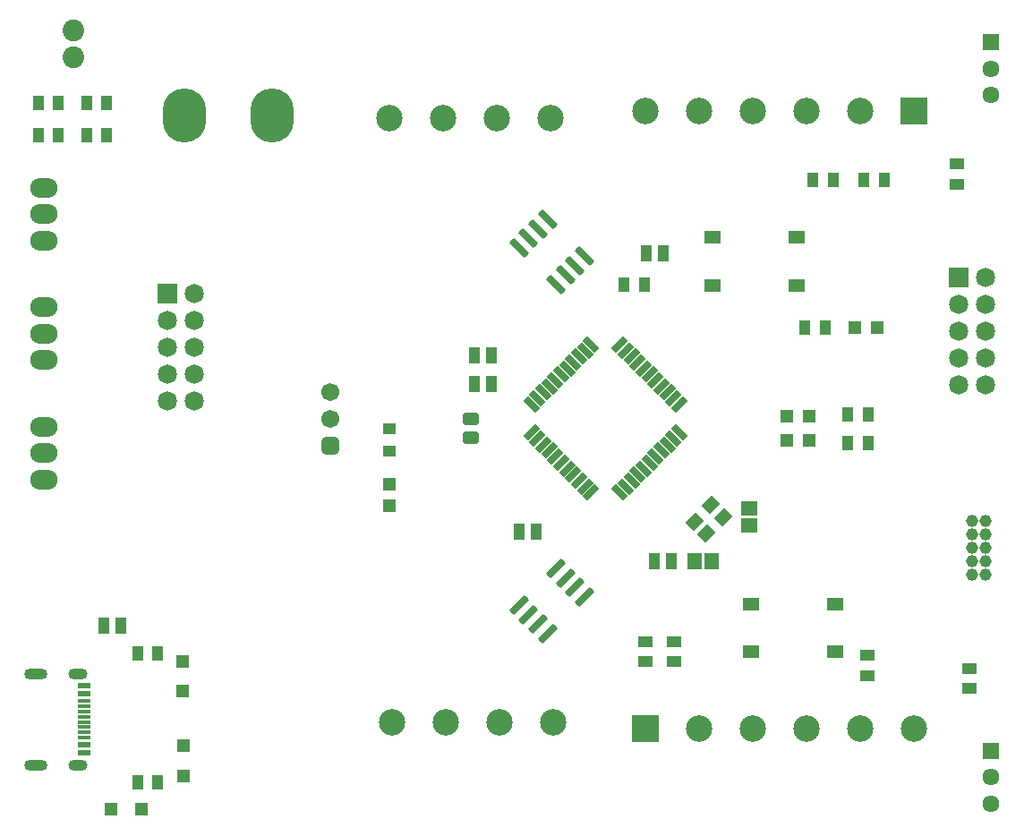
<source format=gts>
G04*
G04 #@! TF.GenerationSoftware,Altium Limited,Altium Designer,25.6.2 (33)*
G04*
G04 Layer_Color=8388736*
%FSLAX25Y25*%
%MOIN*%
G70*
G04*
G04 #@! TF.SameCoordinates,CE49FCD3-F284-452D-968F-53FA369C6713*
G04*
G04*
G04 #@! TF.FilePolarity,Negative*
G04*
G01*
G75*
G04:AMPARAMS|DCode=29|XSize=55.12mil|YSize=45.28mil|CornerRadius=0mil|HoleSize=0mil|Usage=FLASHONLY|Rotation=225.000|XOffset=0mil|YOffset=0mil|HoleType=Round|Shape=Rectangle|*
%AMROTATEDRECTD29*
4,1,4,0.00348,0.03550,0.03550,0.00348,-0.00348,-0.03550,-0.03550,-0.00348,0.00348,0.03550,0.0*
%
%ADD29ROTATEDRECTD29*%

%ADD31R,0.06102X0.05118*%
%ADD34R,0.04528X0.01181*%
%ADD35R,0.04528X0.02362*%
G04:AMPARAMS|DCode=36|XSize=81.56mil|YSize=27.62mil|CornerRadius=4.95mil|HoleSize=0mil|Usage=FLASHONLY|Rotation=135.000|XOffset=0mil|YOffset=0mil|HoleType=Round|Shape=RoundedRectangle|*
%AMROUNDEDRECTD36*
21,1,0.08156,0.01772,0,0,135.0*
21,1,0.07165,0.02762,0,0,135.0*
1,1,0.00991,-0.01907,0.03160*
1,1,0.00991,0.03160,-0.01907*
1,1,0.00991,0.01907,-0.03160*
1,1,0.00991,-0.03160,0.01907*
%
%ADD36ROUNDEDRECTD36*%
%ADD37R,0.05124X0.05124*%
%ADD38R,0.04022X0.05833*%
%ADD39R,0.03983X0.05872*%
%ADD40R,0.05833X0.04022*%
G04:AMPARAMS|DCode=41|XSize=44mil|YSize=59mil|CornerRadius=7mil|HoleSize=0mil|Usage=FLASHONLY|Rotation=90.000|XOffset=0mil|YOffset=0mil|HoleType=Round|Shape=RoundedRectangle|*
%AMROUNDEDRECTD41*
21,1,0.04400,0.04500,0,0,90.0*
21,1,0.03000,0.05900,0,0,90.0*
1,1,0.01400,0.02250,0.01500*
1,1,0.01400,0.02250,-0.01500*
1,1,0.01400,-0.02250,-0.01500*
1,1,0.01400,-0.02250,0.01500*
%
%ADD41ROUNDEDRECTD41*%
%ADD42R,0.05124X0.03943*%
%ADD43R,0.05124X0.05124*%
G04:AMPARAMS|DCode=44|XSize=81.56mil|YSize=27.62mil|CornerRadius=4.95mil|HoleSize=0mil|Usage=FLASHONLY|Rotation=225.000|XOffset=0mil|YOffset=0mil|HoleType=Round|Shape=RoundedRectangle|*
%AMROUNDEDRECTD44*
21,1,0.08156,0.01772,0,0,225.0*
21,1,0.07165,0.02762,0,0,225.0*
1,1,0.00991,-0.03160,-0.01907*
1,1,0.00991,0.01907,0.03160*
1,1,0.00991,0.03160,0.01907*
1,1,0.00991,-0.01907,-0.03160*
%
%ADD44ROUNDEDRECTD44*%
%ADD45R,0.05912X0.05518*%
%ADD46R,0.05518X0.05912*%
G04:AMPARAMS|DCode=47|XSize=23.68mil|YSize=63.06mil|CornerRadius=0mil|HoleSize=0mil|Usage=FLASHONLY|Rotation=45.000|XOffset=0mil|YOffset=0mil|HoleType=Round|Shape=Rectangle|*
%AMROTATEDRECTD47*
4,1,4,0.01392,-0.03067,-0.03067,0.01392,-0.01392,0.03067,0.03067,-0.01392,0.01392,-0.03067,0.0*
%
%ADD47ROTATEDRECTD47*%

G04:AMPARAMS|DCode=48|XSize=63.06mil|YSize=23.68mil|CornerRadius=0mil|HoleSize=0mil|Usage=FLASHONLY|Rotation=45.000|XOffset=0mil|YOffset=0mil|HoleType=Round|Shape=Rectangle|*
%AMROTATEDRECTD48*
4,1,4,-0.01392,-0.03067,-0.03067,-0.01392,0.01392,0.03067,0.03067,0.01392,-0.01392,-0.03067,0.0*
%
%ADD48ROTATEDRECTD48*%

%ADD49C,0.09849*%
%ADD50C,0.07191*%
%ADD51R,0.07191X0.07191*%
%ADD52R,0.06337X0.06337*%
%ADD53C,0.06337*%
%ADD54R,0.09849X0.09849*%
%ADD55O,0.16148X0.20085*%
%ADD56C,0.08077*%
%ADD57O,0.10243X0.07290*%
G04:AMPARAMS|DCode=58|XSize=66.99mil|YSize=66.99mil|CornerRadius=17.75mil|HoleSize=0mil|Usage=FLASHONLY|Rotation=90.000|XOffset=0mil|YOffset=0mil|HoleType=Round|Shape=RoundedRectangle|*
%AMROUNDEDRECTD58*
21,1,0.06699,0.03150,0,0,90.0*
21,1,0.03150,0.06699,0,0,90.0*
1,1,0.03550,0.01575,0.01575*
1,1,0.03550,0.01575,-0.01575*
1,1,0.03550,-0.01575,-0.01575*
1,1,0.03550,-0.01575,0.01575*
%
%ADD58ROUNDEDRECTD58*%
%ADD59C,0.06699*%
%ADD60C,0.04613*%
G04:AMPARAMS|DCode=61|XSize=39.37mil|YSize=70.87mil|CornerRadius=19.68mil|HoleSize=0mil|Usage=FLASHONLY|Rotation=270.000|XOffset=0mil|YOffset=0mil|HoleType=Round|Shape=RoundedRectangle|*
%AMROUNDEDRECTD61*
21,1,0.03937,0.03150,0,0,270.0*
21,1,0.00000,0.07087,0,0,270.0*
1,1,0.03937,-0.01575,0.00000*
1,1,0.03937,-0.01575,0.00000*
1,1,0.03937,0.01575,0.00000*
1,1,0.03937,0.01575,0.00000*
%
%ADD61ROUNDEDRECTD61*%
G04:AMPARAMS|DCode=62|XSize=39.37mil|YSize=86.61mil|CornerRadius=19.68mil|HoleSize=0mil|Usage=FLASHONLY|Rotation=270.000|XOffset=0mil|YOffset=0mil|HoleType=Round|Shape=RoundedRectangle|*
%AMROUNDEDRECTD62*
21,1,0.03937,0.04724,0,0,270.0*
21,1,0.00000,0.08661,0,0,270.0*
1,1,0.03937,-0.02362,0.00000*
1,1,0.03937,-0.02362,0.00000*
1,1,0.03937,0.02362,0.00000*
1,1,0.03937,0.02362,0.00000*
%
%ADD62ROUNDEDRECTD62*%
D29*
X267789Y120835D02*
D03*
X261665Y114711D02*
D03*
X257211Y119165D02*
D03*
X263335Y125289D02*
D03*
D31*
X263850Y224858D02*
D03*
X295150D02*
D03*
X263850Y207142D02*
D03*
X295150D02*
D03*
X278350Y88358D02*
D03*
X309650D02*
D03*
X278350Y70642D02*
D03*
X309650D02*
D03*
D34*
X29984Y52390D02*
D03*
Y50421D02*
D03*
Y48453D02*
D03*
Y46484D02*
D03*
Y44516D02*
D03*
Y42547D02*
D03*
Y40579D02*
D03*
Y38610D02*
D03*
D35*
Y36051D02*
D03*
Y54949D02*
D03*
Y58098D02*
D03*
Y32902D02*
D03*
D36*
X205573Y207320D02*
D03*
X198892Y228144D02*
D03*
X195356Y224608D02*
D03*
X202427Y231680D02*
D03*
X209108Y210856D02*
D03*
X212644Y214392D02*
D03*
X216179Y217927D02*
D03*
X191821Y221073D02*
D03*
D37*
X291500Y149500D02*
D03*
X299768D02*
D03*
X291500Y158500D02*
D03*
X299768D02*
D03*
X325134Y191500D02*
D03*
X316866D02*
D03*
X66500Y67130D02*
D03*
X39870Y12000D02*
D03*
X67000Y24370D02*
D03*
D38*
X321760Y148500D02*
D03*
X314240D02*
D03*
X321760Y159000D02*
D03*
X314240D02*
D03*
X298240Y191500D02*
D03*
X305760D02*
D03*
X230980Y207500D02*
D03*
X238500D02*
D03*
X327760Y246500D02*
D03*
X320240D02*
D03*
X301240Y246400D02*
D03*
X308760D02*
D03*
X38260Y263000D02*
D03*
X30740D02*
D03*
X38260Y275000D02*
D03*
X30740D02*
D03*
X20260D02*
D03*
X12740D02*
D03*
X20260Y263000D02*
D03*
X12740D02*
D03*
X49740Y70000D02*
D03*
X57260D02*
D03*
X49740Y22000D02*
D03*
X57260D02*
D03*
D39*
X245728Y219000D02*
D03*
X239272D02*
D03*
X175272Y170500D02*
D03*
X181728D02*
D03*
X175272Y181000D02*
D03*
X181728D02*
D03*
X191772Y115500D02*
D03*
X198228D02*
D03*
X248728Y104500D02*
D03*
X242272D02*
D03*
X43728Y80500D02*
D03*
X37272D02*
D03*
D40*
X355000Y252260D02*
D03*
Y244740D02*
D03*
X359500Y57000D02*
D03*
Y64520D02*
D03*
X321500Y61740D02*
D03*
Y69260D02*
D03*
X239000Y67000D02*
D03*
Y74520D02*
D03*
X249500Y67000D02*
D03*
Y74520D02*
D03*
D41*
X174000Y157500D02*
D03*
Y150500D02*
D03*
D42*
X143500Y145366D02*
D03*
Y153634D02*
D03*
D43*
Y124866D02*
D03*
Y133134D02*
D03*
X66500Y55870D02*
D03*
X51130Y12000D02*
D03*
X67000Y35630D02*
D03*
D44*
X216179Y91073D02*
D03*
X212644Y94608D02*
D03*
X209108Y98144D02*
D03*
X205573Y101680D02*
D03*
X191821Y87927D02*
D03*
X195356Y84392D02*
D03*
X198892Y80856D02*
D03*
X202427Y77320D02*
D03*
D45*
X277500Y117850D02*
D03*
Y124150D02*
D03*
D46*
X257350Y104500D02*
D03*
X263650D02*
D03*
D47*
X196440Y162789D02*
D03*
X198667Y165016D02*
D03*
X200894Y167244D02*
D03*
X203121Y169471D02*
D03*
X205348Y171698D02*
D03*
X207575Y173925D02*
D03*
X209802Y176152D02*
D03*
X212029Y178379D02*
D03*
X214256Y180606D02*
D03*
X216483Y182833D02*
D03*
X218711Y185061D02*
D03*
X251560Y152211D02*
D03*
X249333Y149984D02*
D03*
X247106Y147756D02*
D03*
X244879Y145529D02*
D03*
X242652Y143302D02*
D03*
X240425Y141075D02*
D03*
X238198Y138848D02*
D03*
X235971Y136621D02*
D03*
X233744Y134394D02*
D03*
X231517Y132167D02*
D03*
X229289Y129939D02*
D03*
D48*
Y185061D02*
D03*
X231517Y182833D02*
D03*
X233744Y180606D02*
D03*
X235971Y178379D02*
D03*
X238198Y176152D02*
D03*
X240425Y173925D02*
D03*
X242652Y171698D02*
D03*
X244879Y169471D02*
D03*
X247106Y167244D02*
D03*
X249333Y165016D02*
D03*
X251560Y162789D02*
D03*
X218711Y129939D02*
D03*
X216483Y132167D02*
D03*
X214256Y134394D02*
D03*
X212029Y136621D02*
D03*
X209802Y138848D02*
D03*
X207575Y141075D02*
D03*
X205348Y143302D02*
D03*
X203121Y145529D02*
D03*
X200894Y147756D02*
D03*
X198667Y149984D02*
D03*
X196440Y152211D02*
D03*
D49*
X203500Y269500D02*
D03*
X183500D02*
D03*
X163500D02*
D03*
X143500D02*
D03*
X319000Y272051D02*
D03*
X299000D02*
D03*
X279000D02*
D03*
X259000D02*
D03*
X239000D02*
D03*
X259000Y42000D02*
D03*
X279000D02*
D03*
X299000D02*
D03*
X319000D02*
D03*
X339000D02*
D03*
X144500Y44500D02*
D03*
X164500D02*
D03*
X184500D02*
D03*
X204500D02*
D03*
D50*
X365500Y170000D02*
D03*
X355500D02*
D03*
X365500Y180000D02*
D03*
X355500D02*
D03*
X365500Y190000D02*
D03*
X355500D02*
D03*
X365500Y200000D02*
D03*
X355500D02*
D03*
X365500Y210000D02*
D03*
X71000Y164000D02*
D03*
X61000D02*
D03*
X71000Y174000D02*
D03*
X61000D02*
D03*
X71000Y184000D02*
D03*
X61000D02*
D03*
X71000Y194000D02*
D03*
X61000D02*
D03*
X71000Y204000D02*
D03*
D51*
X355500Y210000D02*
D03*
X61000Y204000D02*
D03*
D52*
X367500Y297685D02*
D03*
X367567Y33843D02*
D03*
D53*
X367500Y287842D02*
D03*
Y278000D02*
D03*
X367567Y24000D02*
D03*
Y14157D02*
D03*
D54*
X339000Y272051D02*
D03*
X239000Y42000D02*
D03*
D55*
X67250Y270342D02*
D03*
X99750D02*
D03*
D56*
X26000Y302000D02*
D03*
Y292000D02*
D03*
D57*
X15000Y199000D02*
D03*
Y179315D02*
D03*
Y189157D02*
D03*
Y154500D02*
D03*
Y134815D02*
D03*
Y144658D02*
D03*
Y243500D02*
D03*
Y223815D02*
D03*
Y233658D02*
D03*
D58*
X121500Y147500D02*
D03*
D59*
Y157500D02*
D03*
Y167500D02*
D03*
D60*
X365500Y99500D02*
D03*
X360500Y119500D02*
D03*
X365500D02*
D03*
X360500Y114500D02*
D03*
X365500D02*
D03*
X360500Y109500D02*
D03*
X365500D02*
D03*
X360500Y104500D02*
D03*
X365500D02*
D03*
X360500Y99500D02*
D03*
D61*
X27720Y28492D02*
D03*
Y62508D02*
D03*
D62*
X11972Y28492D02*
D03*
Y62508D02*
D03*
M02*

</source>
